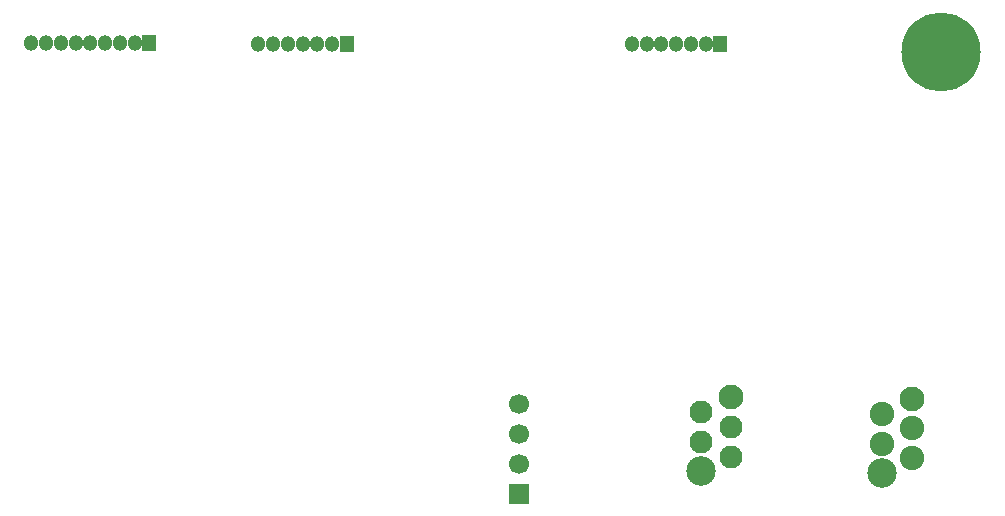
<source format=gbs>
G04 DipTrace 3.2.0.1*
G04 RS-485_PCB.GBS*
%MOMM*%
G04 #@! TF.FileFunction,Soldermask,Bot*
G04 #@! TF.Part,Single*
%ADD37C,2.1*%
%ADD38C,2.5*%
%ADD58C,2.07*%
%ADD60C,1.95*%
%ADD64C,6.7*%
%ADD66O,1.25X1.35*%
%ADD68R,1.25X1.35*%
%ADD70C,1.7*%
%ADD72R,1.7X1.7*%
%FSLAX35Y35*%
G04*
G71*
G90*
G75*
G01*
G04 BotMask*
%LPD*%
D72*
X6846887Y2673033D3*
D70*
Y2927033D3*
Y3181033D3*
Y3435033D3*
D68*
X3715380Y6491617D3*
D66*
X3590380D3*
X3465380D3*
X3340380D3*
X3215380D3*
X3090380D3*
X2965380D3*
X2840380D3*
X2715380D3*
D68*
X5386947Y6484360D3*
D66*
X5261947D3*
X5136947D3*
X5011947D3*
X4886947D3*
X4761947D3*
X4636947D3*
D68*
X8549843Y6481730D3*
D66*
X8424843D3*
X8299843D3*
X8174843D3*
X8049843D3*
X7924843D3*
X7799843D3*
D64*
X10421020Y6416477D3*
D60*
X8641263Y3238507D3*
Y2984507D3*
X8387263Y3361507D3*
Y3107507D3*
D37*
X8641263Y3488507D3*
D38*
X8387263Y2861507D3*
D58*
X10175843Y3227037D3*
Y2973037D3*
X9921843Y3350037D3*
Y3096037D3*
D37*
X10175843Y3477037D3*
D38*
X9921843Y2850037D3*
M02*

</source>
